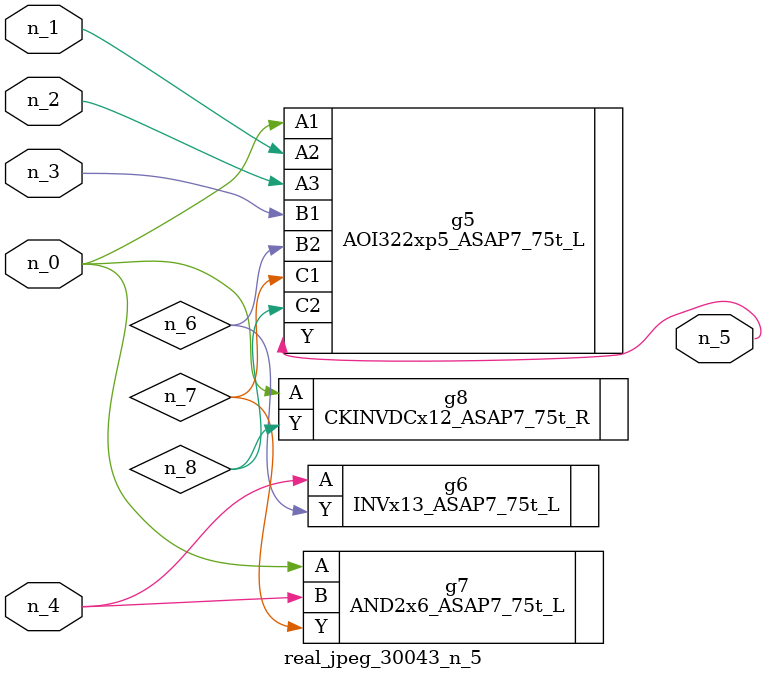
<source format=v>
module real_jpeg_30043_n_5 (n_4, n_0, n_1, n_2, n_3, n_5);

input n_4;
input n_0;
input n_1;
input n_2;
input n_3;

output n_5;

wire n_8;
wire n_6;
wire n_7;

AOI322xp5_ASAP7_75t_L g5 ( 
.A1(n_0),
.A2(n_1),
.A3(n_2),
.B1(n_3),
.B2(n_6),
.C1(n_7),
.C2(n_8),
.Y(n_5)
);

AND2x6_ASAP7_75t_L g7 ( 
.A(n_0),
.B(n_4),
.Y(n_7)
);

CKINVDCx12_ASAP7_75t_R g8 ( 
.A(n_0),
.Y(n_8)
);

INVx13_ASAP7_75t_L g6 ( 
.A(n_4),
.Y(n_6)
);


endmodule
</source>
